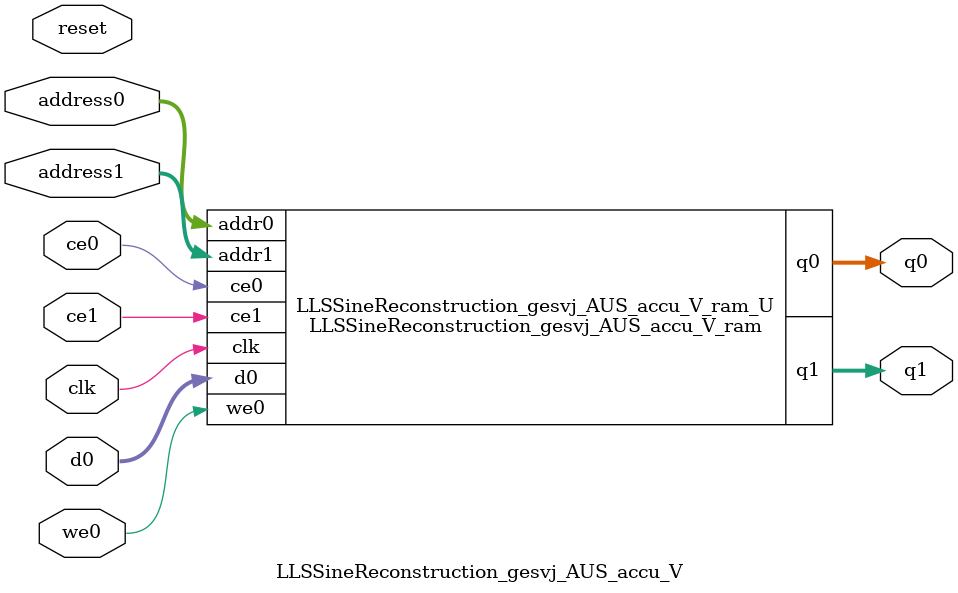
<source format=v>
`timescale 1 ns / 1 ps
module LLSSineReconstruction_gesvj_AUS_accu_V_ram (addr0, ce0, d0, we0, q0, addr1, ce1, q1,  clk);

parameter DWIDTH = 60;
parameter AWIDTH = 4;
parameter MEM_SIZE = 16;

input[AWIDTH-1:0] addr0;
input ce0;
input[DWIDTH-1:0] d0;
input we0;
output reg[DWIDTH-1:0] q0;
input[AWIDTH-1:0] addr1;
input ce1;
output reg[DWIDTH-1:0] q1;
input clk;

reg [DWIDTH-1:0] ram[0:MEM_SIZE-1];




always @(posedge clk)  
begin 
    if (ce0) begin
        if (we0) 
            ram[addr0] <= d0; 
        q0 <= ram[addr0];
    end
end


always @(posedge clk)  
begin 
    if (ce1) begin
        q1 <= ram[addr1];
    end
end


endmodule

`timescale 1 ns / 1 ps
module LLSSineReconstruction_gesvj_AUS_accu_V(
    reset,
    clk,
    address0,
    ce0,
    we0,
    d0,
    q0,
    address1,
    ce1,
    q1);

parameter DataWidth = 32'd60;
parameter AddressRange = 32'd16;
parameter AddressWidth = 32'd4;
input reset;
input clk;
input[AddressWidth - 1:0] address0;
input ce0;
input we0;
input[DataWidth - 1:0] d0;
output[DataWidth - 1:0] q0;
input[AddressWidth - 1:0] address1;
input ce1;
output[DataWidth - 1:0] q1;



LLSSineReconstruction_gesvj_AUS_accu_V_ram LLSSineReconstruction_gesvj_AUS_accu_V_ram_U(
    .clk( clk ),
    .addr0( address0 ),
    .ce0( ce0 ),
    .we0( we0 ),
    .d0( d0 ),
    .q0( q0 ),
    .addr1( address1 ),
    .ce1( ce1 ),
    .q1( q1 ));

endmodule


</source>
